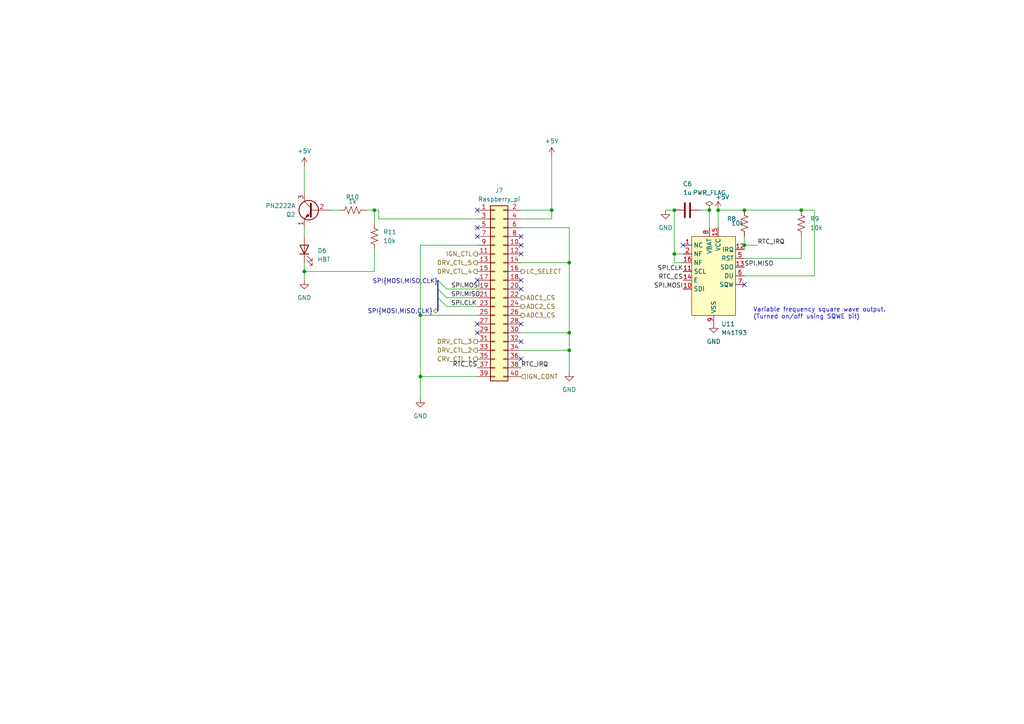
<source format=kicad_sch>
(kicad_sch (version 20230121) (generator eeschema)
  (paper "A4")
  (lib_symbols
    (symbol "Connector_Generic_MountingPin:Conn_02x20_Odd_Even_MountingPin" (pin_names (offset 1.016) hide)
      (property "Reference" "J1" (at 1.27 28.575 0))
      (property "Value" "Raspberry_pi" (at 1.27 26.035 0))
      (symbol "Conn_02x20_Odd_Even_MountingPin_1_1"
        (rectangle (start -1.27 -25.273) (end 0 -25.527) (stroke (width 0.1524)))
        (rectangle (start -1.27 -22.733) (end 0 -22.987) (stroke (width 0.1524)))
        (rectangle (start -1.27 -20.193) (end 0 -20.447) (stroke (width 0.1524)))
        (rectangle (start -1.27 -17.653) (end 0 -17.907) (stroke (width 0.1524)))
        (rectangle (start -1.27 -15.113) (end 0 -15.367) (stroke (width 0.1524)))
        (rectangle (start -1.27 -12.573) (end 0 -12.827) (stroke (width 0.1524)))
        (rectangle (start -1.27 -10.033) (end 0 -10.287) (stroke (width 0.1524)))
        (rectangle (start -1.27 -7.493) (end 0 -7.747) (stroke (width 0.1524)))
        (rectangle (start -1.27 -4.953) (end 0 -5.207) (stroke (width 0.1524)))
        (rectangle (start -1.27 -2.413) (end 0 -2.667) (stroke (width 0.1524)))
        (rectangle (start -1.27 0.127) (end 0 -0.127) (stroke (width 0.1524)))
        (rectangle (start -1.27 2.667) (end 0 2.413) (stroke (width 0.1524)))
        (rectangle (start -1.27 5.207) (end 0 4.953) (stroke (width 0.1524)))
        (rectangle (start -1.27 7.747) (end 0 7.493) (stroke (width 0.1524)))
        (rectangle (start -1.27 10.287) (end 0 10.033) (stroke (width 0.1524)))
        (rectangle (start -1.27 12.827) (end 0 12.573) (stroke (width 0.1524)))
        (rectangle (start -1.27 15.367) (end 0 15.113) (stroke (width 0.1524)))
        (rectangle (start -1.27 17.907) (end 0 17.653) (stroke (width 0.1524)))
        (rectangle (start -1.27 20.447) (end 0 20.193) (stroke (width 0.1524)))
        (rectangle (start -1.27 22.987) (end 0 22.733) (stroke (width 0.1524)))
        (rectangle (start -1.27 24.13) (end 3.81 -26.67) (stroke (width 0.254)) (fill (type background)))
        (rectangle (start 3.81 -25.273) (end 2.54 -25.527) (stroke (width 0.1524)))
        (rectangle (start 3.81 -22.733) (end 2.54 -22.987) (stroke (width 0.1524)))
        (rectangle (start 3.81 -20.193) (end 2.54 -20.447) (stroke (width 0.1524)))
        (rectangle (start 3.81 -17.653) (end 2.54 -17.907) (stroke (width 0.1524)))
        (rectangle (start 3.81 -15.113) (end 2.54 -15.367) (stroke (width 0.1524)))
        (rectangle (start 3.81 -12.573) (end 2.54 -12.827) (stroke (width 0.1524)))
        (rectangle (start 3.81 -10.033) (end 2.54 -10.287) (stroke (width 0.1524)))
        (rectangle (start 3.81 -7.493) (end 2.54 -7.747) (stroke (width 0.1524)))
        (rectangle (start 3.81 -4.953) (end 2.54 -5.207) (stroke (width 0.1524)))
        (rectangle (start 3.81 -2.413) (end 2.54 -2.667) (stroke (width 0.1524)))
        (rectangle (start 3.81 0.127) (end 2.54 -0.127) (stroke (width 0.1524)))
        (rectangle (start 3.81 2.667) (end 2.54 2.413) (stroke (width 0.1524)))
        (rectangle (start 3.81 5.207) (end 2.54 4.953) (stroke (width 0.1524)))
        (rectangle (start 3.81 7.747) (end 2.54 7.493) (stroke (width 0.1524)))
        (rectangle (start 3.81 10.287) (end 2.54 10.033) (stroke (width 0.1524)))
        (rectangle (start 3.81 12.827) (end 2.54 12.573) (stroke (width 0.1524)))
        (rectangle (start 3.81 15.367) (end 2.54 15.113) (stroke (width 0.1524)))
        (rectangle (start 3.81 17.907) (end 2.54 17.653) (stroke (width 0.1524)))
        (rectangle (start 3.81 20.447) (end 2.54 20.193) (stroke (width 0.1524)))
        (rectangle (start 3.81 22.987) (end 2.54 22.733) (stroke (width 0.1524)))
        (pin passive line (at -5.08 22.86 0) (length 3.81) (name "Pin_1") (number "1"))
        (pin passive line (at 7.62 12.7 180) (length 3.81) (name "Pin_10") (number "10"))
        (pin passive line (at -5.08 10.16 0) (length 3.81) (name "Pin_11") (number "11"))
        (pin passive line (at 7.62 10.16 180) (length 3.81) (name "Pin_12") (number "12"))
        (pin passive line (at -5.08 7.62 0) (length 3.81) (name "Pin_13") (number "13"))
        (pin passive line (at 7.62 7.62 180) (length 3.81) (name "Pin_14") (number "14"))
        (pin passive line (at -5.08 5.08 0) (length 3.81) (name "Pin_15") (number "15"))
        (pin passive line (at 7.62 5.08 180) (length 3.81) (name "Pin_16") (number "16"))
        (pin passive line (at -5.08 2.54 0) (length 3.81) (name "Pin_17") (number "17"))
        (pin passive line (at 7.62 2.54 180) (length 3.81) (name "Pin_18") (number "18"))
        (pin passive line (at -5.08 0 0) (length 3.81) (name "Pin_19") (number "19"))
        (pin passive line (at 7.62 22.86 180) (length 3.81) (name "Pin_2") (number "2"))
        (pin passive line (at 7.62 0 180) (length 3.81) (name "Pin_20") (number "20"))
        (pin passive line (at -5.08 -2.54 0) (length 3.81) (name "Pin_21") (number "21"))
        (pin passive line (at 7.62 -2.54 180) (length 3.81) (name "Pin_22") (number "22"))
        (pin passive line (at -5.08 -5.08 0) (length 3.81) (name "Pin_23") (number "23"))
        (pin passive line (at 7.62 -5.08 180) (length 3.81) (name "Pin_24") (number "24"))
        (pin passive line (at -5.08 -7.62 0) (length 3.81) (name "Pin_25") (number "25"))
        (pin passive line (at 7.62 -7.62 180) (length 3.81) (name "Pin_26") (number "26"))
        (pin passive line (at -5.08 -10.16 0) (length 3.81) (name "Pin_27") (number "27"))
        (pin passive line (at 7.62 -10.16 180) (length 3.81) (name "Pin_28") (number "28"))
        (pin passive line (at -5.08 -12.7 0) (length 3.81) (name "Pin_29") (number "29"))
        (pin passive line (at -5.08 20.32 0) (length 3.81) (name "Pin_3") (number "3"))
        (pin passive line (at 7.62 -12.7 180) (length 3.81) (name "Pin_30") (number "30"))
        (pin passive line (at -5.08 -15.24 0) (length 3.81) (name "Pin_31") (number "31"))
        (pin passive line (at 7.62 -15.24 180) (length 3.81) (name "Pin_32") (number "32"))
        (pin passive line (at -5.08 -17.78 0) (length 3.81) (name "Pin_33") (number "33"))
        (pin passive line (at 7.62 -17.78 180) (length 3.81) (name "Pin_34") (number "34"))
        (pin passive line (at -5.08 -20.32 0) (length 3.81) (name "Pin_35") (number "35"))
        (pin passive line (at 7.62 -20.32 180) (length 3.81) (name "Pin_36") (number "36"))
        (pin passive line (at -5.08 -22.86 0) (length 3.81) (name "Pin_37") (number "37"))
        (pin passive line (at 7.62 -22.86 180) (length 3.81) (name "Pin_38") (number "38"))
        (pin passive line (at -5.08 -25.4 0) (length 3.81) (name "Pin_39") (number "39"))
        (pin passive line (at 7.62 20.32 180) (length 3.81) (name "Pin_4") (number "4"))
        (pin passive line (at 7.62 -25.4 180) (length 3.81) (name "Pin_40") (number "40"))
        (pin passive line (at -5.08 17.78 0) (length 3.81) (name "Pin_5") (number "5"))
        (pin passive line (at 7.62 17.78 180) (length 3.81) (name "Pin_6") (number "6"))
        (pin passive line (at -5.08 15.24 0) (length 3.81) (name "Pin_7") (number "7"))
        (pin passive line (at 7.62 15.24 180) (length 3.81) (name "Pin_8") (number "8"))
        (pin passive line (at -5.08 12.7 0) (length 3.81) (name "Pin_9") (number "9"))
      )
    )
    (symbol "Device:C" (pin_numbers hide) (pin_names (offset 0.254))
      (property "Reference" "C" (at 0.635 2.54 0))
      (property "Value" "C" (at 0.635 -2.54 0))
      (symbol "C_0_1"
        (polyline (pts (xy -2.032 -0.762) (xy 2.032 -0.762)) (stroke (width 0.508)))
        (polyline (pts (xy -2.032 0.762) (xy 2.032 0.762)) (stroke (width 0.508)))
      )
      (symbol "C_1_1"
        (pin passive line (at 0 3.81 270) (length 2.794) (name "~") (number "1"))
        (pin passive line (at 0 -3.81 90) (length 2.794) (name "~") (number "2"))
      )
    )
    (symbol "Device:LED" (pin_numbers hide) (pin_names (offset 1.016) hide)
      (property "Reference" "D" (at 0 2.54 0))
      (property "Value" "LED" (at 0 -2.54 0))
      (symbol "LED_0_1"
        (polyline (pts (xy -1.27 -1.27) (xy -1.27 1.27)) (stroke (width 0.254)))
        (polyline (pts (xy -1.27 0) (xy 1.27 0)))
        (polyline (pts (xy 1.27 -1.27) (xy 1.27 1.27) (xy -1.27 0) (xy 1.27 -1.27)) (stroke (width 0.254)))
        (polyline (pts (xy -3.048 -0.762) (xy -4.572 -2.286) (xy -3.81 -2.286) (xy -4.572 -2.286) (xy -4.572 -1.524)))
        (polyline (pts (xy -1.778 -0.762) (xy -3.302 -2.286) (xy -2.54 -2.286) (xy -3.302 -2.286) (xy -3.302 -1.524)))
      )
      (symbol "LED_1_1"
        (pin passive line (at -3.81 0 0) (length 2.54) (name "K") (number "1"))
        (pin passive line (at 3.81 0 180) (length 2.54) (name "A") (number "2"))
      )
    )
    (symbol "Device:R_US" (pin_numbers hide) (pin_names (offset 0))
      (property "Reference" "R" (at 2.54 0 90))
      (property "Value" "R_US" (at -2.54 0 90))
      (symbol "R_US_0_1"
        (polyline (pts (xy 0 -2.286) (xy 0 -2.54)))
        (polyline (pts (xy 0 2.286) (xy 0 2.54)))
        (polyline (pts (xy 0 -0.762) (xy 1.016 -1.143) (xy 0 -1.524) (xy -1.016 -1.905) (xy 0 -2.286)))
        (polyline (pts (xy 0 0.762) (xy 1.016 0.381) (xy 0 0) (xy -1.016 -0.381) (xy 0 -0.762)))
        (polyline (pts (xy 0 2.286) (xy 1.016 1.905) (xy 0 1.524) (xy -1.016 1.143) (xy 0 0.762)))
      )
      (symbol "R_US_1_1"
        (pin passive line (at 0 3.81 270) (length 1.27) (name "~") (number "1"))
        (pin passive line (at 0 -3.81 90) (length 1.27) (name "~") (number "2"))
      )
    )
    (symbol "M41T93_2"
      (property "Reference" "U33" (at -4.1559 -30.48 0))
      (property "Value" "M41T93" (at -4.1559 -33.02 0))
      (symbol "M41T93_2_1_1"
        (rectangle (start -12.7 -5.08) (end 0 -27.94) (fill (type background)))
        (pin passive line (at -15.24 -7.62 0) (length 2.54) (name "NC") (number "1"))
        (pin passive line (at -15.24 -20.32 0) (length 2.54) (name "SDI") (number "10"))
        (pin passive line (at -15.24 -15.24 0) (length 2.54) (name "SCL") (number "11"))
        (pin passive line (at 2.54 -8.89 180) (length 2.54) (name "IRQ") (number "12"))
        (pin passive line (at 2.54 -13.97 180) (length 2.54) (name "SDO") (number "13"))
        (pin passive line (at -15.24 -17.78 0) (length 2.54) (name "E") (number "14"))
        (pin power_in line (at -5.08 -2.54 270) (length 2.54) (name "VCC") (number "15"))
        (pin passive line (at -15.24 -12.7 0) (length 2.54) (name "NF") (number "16"))
        (pin passive line (at -15.24 -10.16 0) (length 2.54) (name "NF") (number "2"))
        (pin passive line (at 2.54 -11.43 180) (length 2.54) (name "RST") (number "5"))
        (pin passive line (at 2.54 -16.51 180) (length 2.54) (name "DU") (number "6"))
        (pin passive line (at 2.54 -19.05 180) (length 2.54) (name "SQW") (number "7"))
        (pin power_in line (at -7.62 -2.54 270) (length 2.54) (name "VBAT") (number "8"))
        (pin power_in line (at -6.35 -30.48 90) (length 2.54) (name "VSS") (number "9"))
      )
    )
    (symbol "Transistor_BJT:PN2222A" (pin_names (offset 0) hide)
      (property "Reference" "Q" (at 5.08 1.905 0))
      (property "Value" "PN2222A" (at 5.08 0 0))
      (symbol "PN2222A_0_1"
        (polyline (pts (xy 0 0) (xy 0.635 0)))
        (polyline (pts (xy 2.54 -2.54) (xy 0.635 -0.635)))
        (polyline (pts (xy 2.54 2.54) (xy 0.635 0.635)))
        (polyline (pts (xy 0.635 1.905) (xy 0.635 -1.905) (xy 0.635 -1.905)) (stroke (width 0.508)))
        (polyline (pts (xy 2.413 -2.413) (xy 1.905 -1.905) (xy 1.905 -1.905)))
        (polyline (pts (xy 1.143 -1.651) (xy 1.651 -1.143) (xy 2.159 -2.159) (xy 1.143 -1.651) (xy 1.143 -1.651)) (fill (type outline)))
        (circle (center 1.27 0) (radius 2.8194) (stroke (width 0.254)))
      )
      (symbol "PN2222A_1_1"
        (pin passive line (at 2.54 -5.08 90) (length 2.54) (name "E") (number "1"))
        (pin input line (at -5.08 0 0) (length 5.08) (name "B") (number "2"))
        (pin passive line (at 2.54 5.08 270) (length 2.54) (name "C") (number "3"))
      )
    )
    (symbol "power:+5V" (power) (pin_names (offset 0))
      (property "Value" "+5V" (at 0 3.556 0))
      (symbol "+5V_0_1"
        (polyline (pts (xy -0.762 1.27) (xy 0 2.54)))
        (polyline (pts (xy 0 0) (xy 0 2.54)))
        (polyline (pts (xy 0 2.54) (xy 0.762 1.27)))
      )
      (symbol "+5V_1_1"
        (pin power_in line (at 0 0 90) (length 0) hide (name "+5V") (number "1"))
      )
    )
    (symbol "power:GND" (power) (pin_names (offset 0))
      (property "Value" "GND" (at 0 -3.81 0))
      (symbol "GND_0_1"
        (polyline (pts (xy 0 0) (xy 0 -1.27) (xy 1.27 -1.27) (xy 0 -2.54) (xy -1.27 -1.27) (xy 0 -1.27)))
      )
      (symbol "GND_1_1"
        (pin power_in line (at 0 0 270) (length 0) hide (name "GND") (number "1"))
      )
    )
    (symbol "power:PWR_FLAG" (power) (pin_numbers hide) (pin_names (offset 0) hide)
      (property "Value" "PWR_FLAG" (at 0 3.81 0))
      (symbol "PWR_FLAG_0_0"
        (pin power_out line (at 0 0 90) (length 0) (name "pwr") (number "1"))
      )
      (symbol "PWR_FLAG_0_1"
        (polyline (pts (xy 0 0) (xy 0 1.27) (xy -1.016 1.905) (xy 0 2.54) (xy 1.016 1.905) (xy 0 1.27)))
      )
    )
  )
  (junction (at 195.58 73.66))
  (junction (at 160.02 60.96))
  (junction (at 108.585 60.96))
  (junction (at 121.92 91.44))
  (junction (at 165.1 96.52))
  (junction (at 215.9 71.12))
  (junction (at 165.1 76.2))
  (junction (at 121.92 109.22))
  (junction (at 215.9 60.96))
  (junction (at 205.74 60.96))
  (junction (at 165.1 101.6))
  (junction (at 232.41 60.96))
  (junction (at 208.28 60.96))
  (junction (at 195.58 60.96))
  (junction (at 88.265 78.74))
  (no_connect (at 151.13 73.66))
  (no_connect (at 138.43 96.52))
  (no_connect (at 198.12 71.12))
  (no_connect (at 151.13 104.14))
  (no_connect (at 138.43 68.58))
  (no_connect (at 151.13 83.82))
  (no_connect (at 151.13 99.06))
  (no_connect (at 138.43 81.28))
  (no_connect (at 138.43 60.96))
  (no_connect (at 151.13 71.12))
  (no_connect (at 138.43 66.04))
  (no_connect (at 151.13 81.28))
  (no_connect (at 151.13 93.98))
  (no_connect (at 215.9 82.55))
  (no_connect (at 138.43 93.98))
  (no_connect (at 151.13 68.58))
  (bus_entry (at 127 81.28) (size 2.54 2.54))
  (bus_entry (at 127 83.82) (size 2.54 2.54))
  (bus_entry (at 127 86.36) (size 2.54 2.54))
  (wire (pts (xy 215.9 80.01) (xy 236.22 80.01)))
  (wire (pts (xy 109.855 63.5) (xy 109.855 60.96)))
  (wire (pts (xy 160.02 63.5) (xy 160.02 60.96)))
  (wire (pts (xy 108.585 60.96) (xy 108.585 64.77)))
  (wire (pts (xy 215.9 60.96) (xy 208.28 60.96)))
  (wire (pts (xy 121.92 109.22) (xy 138.43 109.22)))
  (wire (pts (xy 95.885 60.96) (xy 98.425 60.96)))
  (wire (pts (xy 215.9 71.12) (xy 215.9 72.39)))
  (wire (pts (xy 121.92 91.44) (xy 121.92 71.12)))
  (wire (pts (xy 88.265 76.2) (xy 88.265 78.74)))
  (wire (pts (xy 88.265 78.74) (xy 88.265 81.28)))
  (wire (pts (xy 151.13 60.96) (xy 160.02 60.96)))
  (wire (pts (xy 108.585 78.74) (xy 88.265 78.74)))
  (wire (pts (xy 108.585 72.39) (xy 108.585 78.74)))
  (wire (pts (xy 165.1 101.6) (xy 165.1 107.95)))
  (wire (pts (xy 195.58 60.96) (xy 193.04 60.96)))
  (wire (pts (xy 151.13 76.2) (xy 165.1 76.2)))
  (wire (pts (xy 151.13 101.6) (xy 165.1 101.6)))
  (wire (pts (xy 121.92 91.44) (xy 121.92 109.22)))
  (wire (pts (xy 232.41 74.93) (xy 232.41 68.58)))
  (wire (pts (xy 219.71 71.12) (xy 215.9 71.12)))
  (bus (pts (xy 127 81.28) (xy 127 83.82)))
  (wire (pts (xy 109.855 60.96) (xy 108.585 60.96)))
  (wire (pts (xy 121.92 91.44) (xy 138.43 91.44)))
  (wire (pts (xy 121.92 71.12) (xy 138.43 71.12)))
  (wire (pts (xy 108.585 60.96) (xy 106.045 60.96)))
  (wire (pts (xy 205.74 60.96) (xy 203.2 60.96)))
  (wire (pts (xy 160.02 45.339) (xy 160.02 60.96)))
  (wire (pts (xy 205.74 66.04) (xy 205.74 60.96)))
  (bus (pts (xy 127 83.82) (xy 127 86.36)))
  (bus (pts (xy 127 86.36) (xy 127 90.17)))
  (wire (pts (xy 236.22 80.01) (xy 236.22 60.96)))
  (wire (pts (xy 129.54 86.36) (xy 138.43 86.36)))
  (wire (pts (xy 165.1 76.2) (xy 165.1 96.52)))
  (wire (pts (xy 198.12 73.66) (xy 195.58 73.66)))
  (wire (pts (xy 236.22 60.96) (xy 232.41 60.96)))
  (wire (pts (xy 195.58 76.2) (xy 195.58 73.66)))
  (wire (pts (xy 88.265 66.04) (xy 88.265 68.58)))
  (wire (pts (xy 232.41 60.96) (xy 215.9 60.96)))
  (wire (pts (xy 129.54 88.9) (xy 138.43 88.9)))
  (wire (pts (xy 195.58 73.66) (xy 195.58 60.96)))
  (wire (pts (xy 88.265 48.26) (xy 88.265 55.88)))
  (wire (pts (xy 129.54 83.82) (xy 138.43 83.82)))
  (wire (pts (xy 215.9 74.93) (xy 232.41 74.93)))
  (wire (pts (xy 151.13 66.04) (xy 165.1 66.04)))
  (wire (pts (xy 208.28 60.96) (xy 208.28 66.04)))
  (wire (pts (xy 151.13 96.52) (xy 165.1 96.52)))
  (wire (pts (xy 198.12 76.2) (xy 195.58 76.2)))
  (wire (pts (xy 215.9 71.12) (xy 215.9 68.58)))
  (wire (pts (xy 165.1 96.52) (xy 165.1 101.6)))
  (wire (pts (xy 151.13 63.5) (xy 160.02 63.5)))
  (wire (pts (xy 165.1 66.04) (xy 165.1 76.2)))
  (wire (pts (xy 121.92 109.22) (xy 121.92 115.57)))
  (wire (pts (xy 138.43 63.5) (xy 109.855 63.5)))
  (text "Variable frequency square wave output. \n(Turned on/off using SQWE bit)\n" (at 218.44 92.71 0) (effects (font (size 1.27 1.27)) (justify left bottom)))
  (label "RTC_IRQ" (at 151.13 106.68 0))
  (label "SPI.MOSI" (at 198.12 83.82 180))
  (label "SPI.CLK" (at 130.81 88.9 0))
  (label "SPI.MOSI" (at 130.81 83.82 0))
  (label "RTC_CS" (at 138.43 106.68 180))
  (label "SPI.MISO" (at 215.9 77.47 0))
  (label "SPI.CLK" (at 198.12 78.74 180))
  (label "RTC_CS" (at 198.12 81.28 180))
  (label "SPI.MISO" (at 130.81 86.36 0))
  (label "RTC_IRQ" (at 219.71 71.12 0))
  (label "SPI{MOSI,MISO,CLK}" (at 127 82.55 180))
  (hierarchical_label "DRV_CTL_2" (shape output) (at 138.43 101.6 180))
  (hierarchical_label "IGN_CTL" (shape output) (at 138.43 73.66 180))
  (hierarchical_label "DRV_CTL_3" (shape output) (at 138.43 99.06 180))
  (hierarchical_label "ADC3_CS" (shape output) (at 151.13 91.44 0))
  (hierarchical_label "DRV_CTL_4" (shape output) (at 138.43 78.74 180))
  (hierarchical_label "DRV_CTL_5" (shape output) (at 138.43 76.2 180))
  (hierarchical_label "ADC2_CS" (shape output) (at 151.13 88.9 0))
  (hierarchical_label "LC_SELECT" (shape output) (at 151.13 78.74 0))
  (hierarchical_label "SPI{MOSI,MISO,CLK}" (shape bidirectional) (at 127 90.17 180))
  (hierarchical_label "CRV_CTL_1" (shape output) (at 138.43 104.14 180))
  (hierarchical_label "ADC1_CS" (shape output) (at 151.13 86.36 0))
  (hierarchical_label "IGN_CONT" (shape input) (at 151.13 109.22 0))
  (symbol (lib_id "power:GND") (at 193.04 60.96 0) (unit 1)
    (property "Reference" "#PWR040" (effects hide))
    (property "Value" "GND" (at 193.04 66.04 0))
  )
  (symbol (lib_id "Device:R_US") (at 108.585 68.58 180) (unit 1)
    (property "Reference" "R11" (at 111.125 67.31 0) (effects (justify right)))
    (property "Value" "10k" (at 111.125 69.85 0) (effects (justify right)))
    (property "Footprint" "Resistor_SMD:R_1206_3216Metric" (effects hide))
  )
  (symbol (lib_id "Device:R_US") (at 232.41 64.77 0) (unit 1)
    (property "Reference" "R9" (at 234.95 63.5 0) (effects (justify left)))
    (property "Value" "10k" (at 234.95 66.04 0) (effects (justify left)))
    (property "Footprint" "Resistor_SMD:R_1206_3216Metric" (effects hide))
  )
  (symbol (lib_id "Device:R_US") (at 102.235 60.96 90) (unit 1)
    (property "Reference" "R10" (at 102.235 57.15 90))
    (property "Value" "1k" (at 102.235 58.42 90))
    (property "Footprint" "Resistor_SMD:R_1206_3216Metric" (effects hide))
  )
  (symbol (lib_id "Device:C") (at 199.39 60.96 90) (unit 1)
    (property "Reference" "C6" (at 199.39 53.34 90))
    (property "Value" "1u" (at 199.39 55.88 90))
    (property "Footprint" "Capacitor_SMD:C_1206_3216Metric" (effects hide))
  )
  (symbol (lib_id "Device:LED") (at 88.265 72.39 90) (unit 1)
    (property "Reference" "D6" (at 92.075 72.7075 90) (effects (justify right)))
    (property "Value" "HBT" (at 92.075 75.2475 90) (effects (justify right)))
    (property "Footprint" "LED_SMD:LED_1206_3216Metric" (effects hide))
  )
  (symbol (lib_id "power:GND") (at 207.01 93.98 0) (unit 1)
    (property "Reference" "#PWR043" (effects hide))
    (property "Value" "GND" (at 207.01 99.06 0))
  )
  (symbol (lib_id "power:+5V") (at 160.02 45.339 0) (unit 1)
    (property "Reference" "#PWR039" (effects hide))
    (property "Value" "+5V" (at 160.02 40.894 0))
  )
  (symbol (lib_id "Device:R_US") (at 215.9 64.77 0) (unit 1)
    (property "Reference" "R8" (at 210.82 63.5 0) (effects (justify left)))
    (property "Value" "10k" (at 212.09 64.77 0) (effects (justify left)))
    (property "Footprint" "Resistor_SMD:R_1206_3216Metric" (effects hide))
  )
  (symbol (lib_id "Transistor_BJT:PN2222A") (at 90.805 60.96 0) (mirror y) (unit 1)
    (property "Reference" "Q2" (at 85.725 62.23 0) (effects (justify left)))
    (property "Value" "PN2222A" (at 85.725 59.69 0) (effects (justify left)))
    (property "Footprint" "Package_TO_SOT_THT:TO-92_Inline" (effects hide))
    (property "Datasheet" "https://www.onsemi.com/pub/Collateral/PN2222-D.PDF" (effects hide))
  )
  (symbol (lib_id "power:+5V") (at 208.28 60.96 0) (unit 1)
    (property "Reference" "#PWR041" (effects hide))
    (property "Value" "+5V" (at 209.55 57.15 0))
  )
  (symbol (lib_id "power:GND") (at 165.1 107.95 0) (unit 1)
    (property "Reference" "#PWR044" (effects hide))
    (property "Value" "GND" (at 165.1 113.03 0))
  )
  (symbol (lib_id "power:GND") (at 88.265 81.28 0) (unit 1)
    (property "Reference" "#PWR046" (effects hide))
    (property "Value" "GND" (at 88.265 86.36 0))
  )
  (symbol (lib_id "power:PWR_FLAG") (at 205.74 60.96 0) (unit 1)
    (property "Reference" "#FLG03" (effects hide))
    (property "Value" "PWR_FLAG" (at 205.74 55.88 0))
  )
  (symbol (lib_id "power:+5V") (at 88.265 48.26 0) (unit 1)
    (property "Reference" "#PWR042" (effects hide))
    (property "Value" "+5V" (at 88.265 43.815 0))
  )
  (symbol (lib_id "power:GND") (at 121.92 115.57 0) (unit 1)
    (property "Reference" "#PWR045" (effects hide))
    (property "Value" "GND" (at 121.92 120.65 0))
  )
  (symbol (lib_name "M41T93_2") (lib_id "karca_lib:M41T93") (at 213.36 63.5 0) (unit 1)
    (property "Reference" "U11" (at 209.2041 93.98 0) (effects (justify left)))
    (property "Value" "M41T93" (at 209.2041 96.52 0) (effects (justify left)))
    (property "Footprint" "Package_SO:SOIC-18W_7.5x11.6mm_P1.27mm" (effects hide))
  )
  (symbol (lib_id "Connector_Generic_MountingPin:Conn_02x20_Odd_Even_MountingPin") (at 143.51 83.82 0) (unit 1)
    (property "Reference" "J7" (at 144.78 55.245 0))
    (property "Value" "Raspberry_pi" (at 144.78 57.785 0))
    (property "Footprint" "Connector_PinHeader_2.00mm:PinHeader_2x20_P2.00mm_Vertical" (effects hide))
  )
)
</source>
